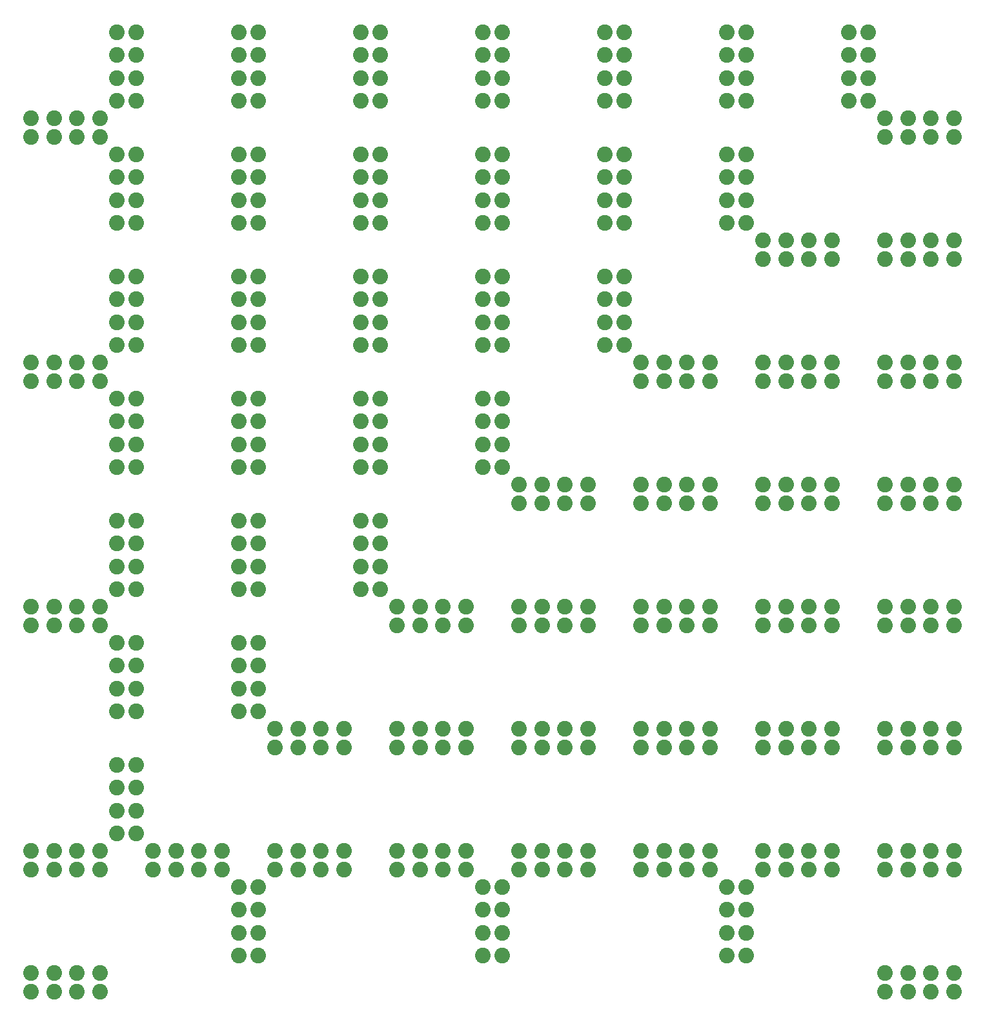
<source format=gbs>
G04 DipTrace 2.4.0.2*
%IN64xAPA102x16mm.gbs*%
%MOMM*%
%ADD28C,2.05*%
%FSLAX53Y53*%
G04*
G71*
G90*
G75*
G01*
%LNBotMask*%
%LPD*%
D28*
X131500Y11250D3*
Y8750D3*
X128500Y11250D3*
Y8750D3*
X134500Y11250D3*
Y8750D3*
X125500Y11250D3*
Y8750D3*
X19500Y11250D3*
Y8750D3*
X16500Y11250D3*
Y8750D3*
X22500Y11250D3*
Y8750D3*
X13500Y11250D3*
Y8750D3*
X19500Y27250D3*
Y24750D3*
X16500Y27250D3*
Y24750D3*
X22500Y27250D3*
Y24750D3*
X13500Y27250D3*
Y24750D3*
X27250Y32500D3*
X24750D3*
X27250Y35500D3*
X24750D3*
X27250Y29500D3*
X24750D3*
X27250Y38500D3*
X24750D3*
X32500Y24750D3*
Y27250D3*
X35500Y24750D3*
Y27250D3*
X29500Y24750D3*
Y27250D3*
X38500Y24750D3*
Y27250D3*
X43250Y16500D3*
X40750D3*
X43250Y19500D3*
X40750D3*
X43250Y13500D3*
X40750D3*
X43250Y22500D3*
X40750D3*
X51500Y27250D3*
Y24750D3*
X48500Y27250D3*
Y24750D3*
X54500Y27250D3*
Y24750D3*
X45500Y27250D3*
Y24750D3*
X51500Y43250D3*
Y40750D3*
X48500Y43250D3*
Y40750D3*
X54500Y43250D3*
Y40750D3*
X45500Y43250D3*
Y40750D3*
X40750Y51500D3*
X43250D3*
X40750Y48500D3*
X43250D3*
X40750Y54500D3*
X43250D3*
X40750Y45500D3*
X43250D3*
X24750Y51500D3*
X27250D3*
X24750Y48500D3*
X27250D3*
X24750Y54500D3*
X27250D3*
X24750Y45500D3*
X27250D3*
X19500Y59250D3*
Y56750D3*
X16500Y59250D3*
Y56750D3*
X22500Y59250D3*
Y56750D3*
X13500Y59250D3*
Y56750D3*
X27250Y64500D3*
X24750D3*
X27250Y67500D3*
X24750D3*
X27250Y61500D3*
X24750D3*
X27250Y70500D3*
X24750D3*
X43250Y64500D3*
X40750D3*
X43250Y67500D3*
X40750D3*
X43250Y61500D3*
X40750D3*
X43250Y70500D3*
X40750D3*
X59250Y64500D3*
X56750D3*
X59250Y67500D3*
X56750D3*
X59250Y61500D3*
X56750D3*
X59250Y70500D3*
X56750D3*
X64500Y56750D3*
Y59250D3*
X67500Y56750D3*
Y59250D3*
X61500Y56750D3*
Y59250D3*
X70500Y56750D3*
Y59250D3*
X64500Y40750D3*
Y43250D3*
X67500Y40750D3*
Y43250D3*
X61500Y40750D3*
Y43250D3*
X70500Y40750D3*
Y43250D3*
X64500Y24750D3*
Y27250D3*
X67500Y24750D3*
Y27250D3*
X61500Y24750D3*
Y27250D3*
X70500Y24750D3*
Y27250D3*
X75250Y16500D3*
X72750D3*
X75250Y19500D3*
X72750D3*
X75250Y13500D3*
X72750D3*
X75250Y22500D3*
X72750D3*
X83500Y27250D3*
Y24750D3*
X80500Y27250D3*
Y24750D3*
X86500Y27250D3*
Y24750D3*
X77500Y27250D3*
Y24750D3*
X83500Y43250D3*
Y40750D3*
X80500Y43250D3*
Y40750D3*
X86500Y43250D3*
Y40750D3*
X77500Y43250D3*
Y40750D3*
X83500Y59250D3*
Y56750D3*
X80500Y59250D3*
Y56750D3*
X86500Y59250D3*
Y56750D3*
X77500Y59250D3*
Y56750D3*
X83500Y75250D3*
Y72750D3*
X80500Y75250D3*
Y72750D3*
X86500Y75250D3*
Y72750D3*
X77500Y75250D3*
Y72750D3*
X72750Y83500D3*
X75250D3*
X72750Y80500D3*
X75250D3*
X72750Y86500D3*
X75250D3*
X72750Y77500D3*
X75250D3*
X56750Y83500D3*
X59250D3*
X56750Y80500D3*
X59250D3*
X56750Y86500D3*
X59250D3*
X56750Y77500D3*
X59250D3*
X40750Y83500D3*
X43250D3*
X40750Y80500D3*
X43250D3*
X40750Y86500D3*
X43250D3*
X40750Y77500D3*
X43250D3*
X24750Y83500D3*
X27250D3*
X24750Y80500D3*
X27250D3*
X24750Y86500D3*
X27250D3*
X24750Y77500D3*
X27250D3*
X19500Y91250D3*
Y88750D3*
X16500Y91250D3*
Y88750D3*
X22500Y91250D3*
Y88750D3*
X13500Y91250D3*
Y88750D3*
X27250Y96500D3*
X24750D3*
X27250Y99500D3*
X24750D3*
X27250Y93500D3*
X24750D3*
X27250Y102500D3*
X24750D3*
X43250Y96500D3*
X40750D3*
X43250Y99500D3*
X40750D3*
X43250Y93500D3*
X40750D3*
X43250Y102500D3*
X40750D3*
X59250Y96500D3*
X56750D3*
X59250Y99500D3*
X56750D3*
X59250Y93500D3*
X56750D3*
X59250Y102500D3*
X56750D3*
X75250Y96500D3*
X72750D3*
X75250Y99500D3*
X72750D3*
X75250Y93500D3*
X72750D3*
X75250Y102500D3*
X72750D3*
X91250Y96500D3*
X88750D3*
X91250Y99500D3*
X88750D3*
X91250Y93500D3*
X88750D3*
X91250Y102500D3*
X88750D3*
X96500Y88750D3*
Y91250D3*
X99500Y88750D3*
Y91250D3*
X93500Y88750D3*
Y91250D3*
X102500Y88750D3*
Y91250D3*
X96500Y72750D3*
Y75250D3*
X99500Y72750D3*
Y75250D3*
X93500Y72750D3*
Y75250D3*
X102500Y72750D3*
Y75250D3*
X96500Y56750D3*
Y59250D3*
X99500Y56750D3*
Y59250D3*
X93500Y56750D3*
Y59250D3*
X102500Y56750D3*
Y59250D3*
X96500Y40750D3*
Y43250D3*
X99500Y40750D3*
Y43250D3*
X93500Y40750D3*
Y43250D3*
X102500Y40750D3*
Y43250D3*
X96500Y24750D3*
Y27250D3*
X99500Y24750D3*
Y27250D3*
X93500Y24750D3*
Y27250D3*
X102500Y24750D3*
Y27250D3*
X107250Y16500D3*
X104750D3*
X107250Y19500D3*
X104750D3*
X107250Y13500D3*
X104750D3*
X107250Y22500D3*
X104750D3*
X115500Y27250D3*
Y24750D3*
X112500Y27250D3*
Y24750D3*
X118500Y27250D3*
Y24750D3*
X109500Y27250D3*
Y24750D3*
X115500Y43250D3*
Y40750D3*
X112500Y43250D3*
Y40750D3*
X118500Y43250D3*
Y40750D3*
X109500Y43250D3*
Y40750D3*
X115500Y59250D3*
Y56750D3*
X112500Y59250D3*
Y56750D3*
X118500Y59250D3*
Y56750D3*
X109500Y59250D3*
Y56750D3*
X115500Y75250D3*
Y72750D3*
X112500Y75250D3*
Y72750D3*
X118500Y75250D3*
Y72750D3*
X109500Y75250D3*
Y72750D3*
X115500Y91250D3*
Y88750D3*
X112500Y91250D3*
Y88750D3*
X118500Y91250D3*
Y88750D3*
X109500Y91250D3*
Y88750D3*
X115500Y107250D3*
Y104750D3*
X112500Y107250D3*
Y104750D3*
X118500Y107250D3*
Y104750D3*
X109500Y107250D3*
Y104750D3*
X104750Y115500D3*
X107250D3*
X104750Y112500D3*
X107250D3*
X104750Y118500D3*
X107250D3*
X104750Y109500D3*
X107250D3*
X88750Y115500D3*
X91250D3*
X88750Y112500D3*
X91250D3*
X88750Y118500D3*
X91250D3*
X88750Y109500D3*
X91250D3*
X72750Y115500D3*
X75250D3*
X72750Y112500D3*
X75250D3*
X72750Y118500D3*
X75250D3*
X72750Y109500D3*
X75250D3*
X56750Y115500D3*
X59250D3*
X56750Y112500D3*
X59250D3*
X56750Y118500D3*
X59250D3*
X56750Y109500D3*
X59250D3*
X40750Y115500D3*
X43250D3*
X40750Y112500D3*
X43250D3*
X40750Y118500D3*
X43250D3*
X40750Y109500D3*
X43250D3*
X24750Y115500D3*
X27250D3*
X24750Y112500D3*
X27250D3*
X24750Y118500D3*
X27250D3*
X24750Y109500D3*
X27250D3*
X19500Y123250D3*
Y120750D3*
X16500Y123250D3*
Y120750D3*
X22500Y123250D3*
Y120750D3*
X13500Y123250D3*
Y120750D3*
X27250Y128500D3*
X24750D3*
X27250Y131500D3*
X24750D3*
X27250Y125500D3*
X24750D3*
X27250Y134500D3*
X24750D3*
X43250Y128500D3*
X40750D3*
X43250Y131500D3*
X40750D3*
X43250Y125500D3*
X40750D3*
X43250Y134500D3*
X40750D3*
X59250Y128500D3*
X56750D3*
X59250Y131500D3*
X56750D3*
X59250Y125500D3*
X56750D3*
X59250Y134500D3*
X56750D3*
X75250Y128500D3*
X72750D3*
X75250Y131500D3*
X72750D3*
X75250Y125500D3*
X72750D3*
X75250Y134500D3*
X72750D3*
X91250Y128500D3*
X88750D3*
X91250Y131500D3*
X88750D3*
X91250Y125500D3*
X88750D3*
X91250Y134500D3*
X88750D3*
X107250Y128500D3*
X104750D3*
X107250Y131500D3*
X104750D3*
X107250Y125500D3*
X104750D3*
X107250Y134500D3*
X104750D3*
X123250Y128500D3*
X120750D3*
X123250Y131500D3*
X120750D3*
X123250Y125500D3*
X120750D3*
X123250Y134500D3*
X120750D3*
X128500Y120750D3*
Y123250D3*
X131500Y120750D3*
Y123250D3*
X125500Y120750D3*
Y123250D3*
X134500Y120750D3*
Y123250D3*
X128500Y104750D3*
Y107250D3*
X131500Y104750D3*
Y107250D3*
X125500Y104750D3*
Y107250D3*
X134500Y104750D3*
Y107250D3*
X128500Y88750D3*
Y91250D3*
X131500Y88750D3*
Y91250D3*
X125500Y88750D3*
Y91250D3*
X134500Y88750D3*
Y91250D3*
X128500Y72750D3*
Y75250D3*
X131500Y72750D3*
Y75250D3*
X125500Y72750D3*
Y75250D3*
X134500Y72750D3*
Y75250D3*
X128500Y56750D3*
Y59250D3*
X131500Y56750D3*
Y59250D3*
X125500Y56750D3*
Y59250D3*
X134500Y56750D3*
Y59250D3*
X128500Y40750D3*
Y43250D3*
X131500Y40750D3*
Y43250D3*
X125500Y40750D3*
Y43250D3*
X134500Y40750D3*
Y43250D3*
X128500Y24750D3*
Y27250D3*
X131500Y24750D3*
Y27250D3*
X125500Y24750D3*
Y27250D3*
X134500Y24750D3*
Y27250D3*
M02*

</source>
